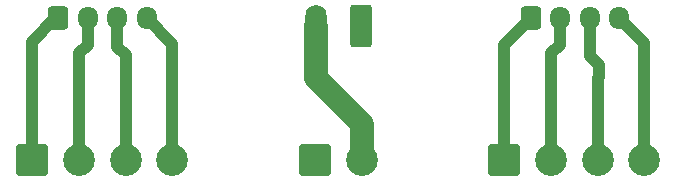
<source format=gbr>
%TF.GenerationSoftware,KiCad,Pcbnew,8.0.1*%
%TF.CreationDate,2024-04-18T14:43:12+09:00*%
%TF.ProjectId,STEP200-XA-motor-connector,53544550-3230-4302-9d58-412d6d6f746f,rev?*%
%TF.SameCoordinates,Original*%
%TF.FileFunction,Copper,L1,Top*%
%TF.FilePolarity,Positive*%
%FSLAX46Y46*%
G04 Gerber Fmt 4.6, Leading zero omitted, Abs format (unit mm)*
G04 Created by KiCad (PCBNEW 8.0.1) date 2024-04-18 14:43:12*
%MOMM*%
%LPD*%
G01*
G04 APERTURE LIST*
G04 Aperture macros list*
%AMRoundRect*
0 Rectangle with rounded corners*
0 $1 Rounding radius*
0 $2 $3 $4 $5 $6 $7 $8 $9 X,Y pos of 4 corners*
0 Add a 4 corners polygon primitive as box body*
4,1,4,$2,$3,$4,$5,$6,$7,$8,$9,$2,$3,0*
0 Add four circle primitives for the rounded corners*
1,1,$1+$1,$2,$3*
1,1,$1+$1,$4,$5*
1,1,$1+$1,$6,$7*
1,1,$1+$1,$8,$9*
0 Add four rect primitives between the rounded corners*
20,1,$1+$1,$2,$3,$4,$5,0*
20,1,$1+$1,$4,$5,$6,$7,0*
20,1,$1+$1,$6,$7,$8,$9,0*
20,1,$1+$1,$8,$9,$2,$3,0*%
G04 Aperture macros list end*
%TA.AperFunction,ComponentPad*%
%ADD10RoundRect,0.250000X0.650000X1.550000X-0.650000X1.550000X-0.650000X-1.550000X0.650000X-1.550000X0*%
%TD*%
%TA.AperFunction,ComponentPad*%
%ADD11O,1.800000X3.600000*%
%TD*%
%TA.AperFunction,ComponentPad*%
%ADD12RoundRect,0.250001X-1.099999X-1.099999X1.099999X-1.099999X1.099999X1.099999X-1.099999X1.099999X0*%
%TD*%
%TA.AperFunction,ComponentPad*%
%ADD13C,2.700000*%
%TD*%
%TA.AperFunction,ComponentPad*%
%ADD14RoundRect,0.250000X-0.600000X-0.725000X0.600000X-0.725000X0.600000X0.725000X-0.600000X0.725000X0*%
%TD*%
%TA.AperFunction,ComponentPad*%
%ADD15O,1.700000X1.950000*%
%TD*%
%TA.AperFunction,Conductor*%
%ADD16C,2.000000*%
%TD*%
%TA.AperFunction,Conductor*%
%ADD17C,1.000000*%
%TD*%
G04 APERTURE END LIST*
D10*
%TO.P,J6,1,Pin_1*%
%TO.N,GND*%
X121887500Y-64642500D03*
D11*
%TO.P,J6,2,Pin_2*%
%TO.N,Net-(J5-Pin_2)*%
X118077500Y-64642500D03*
%TD*%
D12*
%TO.P,J5,1,Pin_1*%
%TO.N,GND*%
X118000000Y-76000000D03*
D13*
%TO.P,J5,2,Pin_2*%
%TO.N,Net-(J5-Pin_2)*%
X121960000Y-76000000D03*
%TD*%
D14*
%TO.P,J4,1,Pin_1*%
%TO.N,Net-(J3-Pin_1)*%
X136250000Y-64000000D03*
D15*
%TO.P,J4,2,Pin_2*%
%TO.N,Net-(J3-Pin_2)*%
X138750000Y-64000000D03*
%TO.P,J4,3,Pin_3*%
%TO.N,Net-(J3-Pin_3)*%
X141250000Y-64000000D03*
%TO.P,J4,4,Pin_4*%
%TO.N,Net-(J3-Pin_4)*%
X143750000Y-64000000D03*
%TD*%
D12*
%TO.P,J3,1,Pin_1*%
%TO.N,Net-(J3-Pin_1)*%
X134000000Y-76000000D03*
D13*
%TO.P,J3,2,Pin_2*%
%TO.N,Net-(J3-Pin_2)*%
X137960000Y-76000000D03*
%TO.P,J3,3,Pin_3*%
%TO.N,Net-(J3-Pin_3)*%
X141920000Y-76000000D03*
%TO.P,J3,4,Pin_4*%
%TO.N,Net-(J3-Pin_4)*%
X145880000Y-76000000D03*
%TD*%
D14*
%TO.P,J2,1,Pin_1*%
%TO.N,Net-(J1-Pin_1)*%
X96250000Y-64000000D03*
D15*
%TO.P,J2,2,Pin_2*%
%TO.N,Net-(J1-Pin_2)*%
X98750000Y-64000000D03*
%TO.P,J2,3,Pin_3*%
%TO.N,Net-(J1-Pin_3)*%
X101250000Y-64000000D03*
%TO.P,J2,4,Pin_4*%
%TO.N,Net-(J1-Pin_4)*%
X103750000Y-64000000D03*
%TD*%
D12*
%TO.P,J1,1,Pin_1*%
%TO.N,Net-(J1-Pin_1)*%
X94040000Y-76000000D03*
D13*
%TO.P,J1,2,Pin_2*%
%TO.N,Net-(J1-Pin_2)*%
X98000000Y-76000000D03*
%TO.P,J1,3,Pin_3*%
%TO.N,Net-(J1-Pin_3)*%
X101960000Y-76000000D03*
%TO.P,J1,4,Pin_4*%
%TO.N,Net-(J1-Pin_4)*%
X105920000Y-76000000D03*
%TD*%
D16*
%TO.N,Net-(J5-Pin_2)*%
X121960000Y-72960000D02*
X121960000Y-76000000D01*
X118077500Y-69077500D02*
X121960000Y-72960000D01*
X118077500Y-64642500D02*
X118077500Y-69077500D01*
D17*
%TO.N,Net-(J3-Pin_3)*%
X141250000Y-67250000D02*
X141250000Y-64000000D01*
X142000000Y-68000000D02*
X141250000Y-67250000D01*
X142000000Y-69000000D02*
X142000000Y-68000000D01*
X141920000Y-69080000D02*
X142000000Y-69000000D01*
X141920000Y-76000000D02*
X141920000Y-69080000D01*
%TO.N,Net-(J3-Pin_2)*%
X138000000Y-68000000D02*
X138000000Y-67000000D01*
X138000000Y-67000000D02*
X138750000Y-66250000D01*
X137960000Y-68040000D02*
X138000000Y-68000000D01*
X137960000Y-76000000D02*
X137960000Y-68040000D01*
X138750000Y-66250000D02*
X138750000Y-64000000D01*
%TO.N,Net-(J3-Pin_4)*%
X145880000Y-66130000D02*
X143750000Y-64000000D01*
X145880000Y-76000000D02*
X145880000Y-66130000D01*
%TO.N,Net-(J3-Pin_1)*%
X134000000Y-66250000D02*
X136250000Y-64000000D01*
X134000000Y-76000000D02*
X134000000Y-66250000D01*
%TO.N,Net-(J1-Pin_4)*%
X105920000Y-66170000D02*
X103750000Y-64000000D01*
X105920000Y-76000000D02*
X105920000Y-66170000D01*
%TO.N,Net-(J1-Pin_3)*%
X101250000Y-66453730D02*
X101250000Y-64000000D01*
X101960000Y-67163730D02*
X101250000Y-66453730D01*
X101960000Y-76000000D02*
X101960000Y-67163730D01*
%TO.N,Net-(J1-Pin_2)*%
X98750000Y-66250000D02*
X98750000Y-64000000D01*
X98000000Y-67000000D02*
X98750000Y-66250000D01*
X98000000Y-76000000D02*
X98000000Y-67000000D01*
%TO.N,Net-(J1-Pin_1)*%
X94040000Y-66040000D02*
X94040000Y-76000000D01*
X94000000Y-66000000D02*
X94040000Y-66040000D01*
X96000000Y-64000000D02*
X94000000Y-66000000D01*
X96250000Y-64000000D02*
X96000000Y-64000000D01*
%TD*%
M02*

</source>
